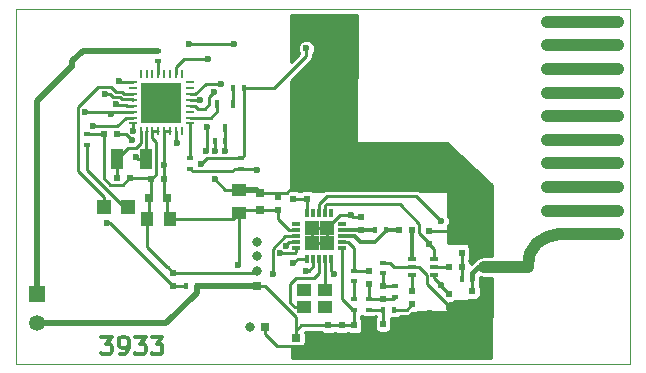
<source format=gbr>
G04 #@! TF.FileFunction,Copper,L1,Top,Signal*
%FSLAX46Y46*%
G04 Gerber Fmt 4.6, Leading zero omitted, Abs format (unit mm)*
G04 Created by KiCad (PCBNEW 4.0.2+dfsg1-stable) date mar 18 dic 2018 09:17:30 CET*
%MOMM*%
G01*
G04 APERTURE LIST*
%ADD10C,0.100000*%
%ADD11C,0.300000*%
%ADD12C,0.200660*%
%ADD13C,1.000760*%
%ADD14R,1.000000X1.000000*%
%ADD15C,0.762000*%
%ADD16R,0.600000X0.500000*%
%ADD17R,0.750000X0.800000*%
%ADD18R,0.800000X0.750000*%
%ADD19R,0.500000X0.600000*%
%ADD20R,1.250000X1.000000*%
%ADD21R,1.000000X1.250000*%
%ADD22R,1.198880X1.198880*%
%ADD23R,0.600000X0.400000*%
%ADD24R,0.400000X0.600000*%
%ADD25R,0.800000X0.800000*%
%ADD26O,0.800000X0.800000*%
%ADD27R,1.350000X1.350000*%
%ADD28C,1.350000*%
%ADD29R,0.457200X0.711200*%
%ADD30R,1.000000X1.800000*%
%ADD31R,0.650000X0.400000*%
%ADD32R,1.150000X1.000000*%
%ADD33R,0.730000X0.300000*%
%ADD34R,0.300000X0.730000*%
%ADD35R,1.250000X1.250000*%
%ADD36C,0.600000*%
%ADD37R,0.700000X0.250000*%
%ADD38R,0.250000X0.700000*%
%ADD39R,1.725000X1.725000*%
%ADD40C,0.400000*%
%ADD41C,1.000000*%
%ADD42C,0.250000*%
%ADD43C,0.500000*%
%ADD44C,0.254000*%
G04 APERTURE END LIST*
D10*
D11*
X128885964Y-98693231D02*
X129814535Y-98693231D01*
X129314535Y-99264660D01*
X129528821Y-99264660D01*
X129671678Y-99336089D01*
X129743107Y-99407517D01*
X129814535Y-99550374D01*
X129814535Y-99907517D01*
X129743107Y-100050374D01*
X129671678Y-100121803D01*
X129528821Y-100193231D01*
X129100249Y-100193231D01*
X128957392Y-100121803D01*
X128885964Y-100050374D01*
X130528820Y-100193231D02*
X130814535Y-100193231D01*
X130957392Y-100121803D01*
X131028820Y-100050374D01*
X131171678Y-99836089D01*
X131243106Y-99550374D01*
X131243106Y-98978946D01*
X131171678Y-98836089D01*
X131100249Y-98764660D01*
X130957392Y-98693231D01*
X130671678Y-98693231D01*
X130528820Y-98764660D01*
X130457392Y-98836089D01*
X130385963Y-98978946D01*
X130385963Y-99336089D01*
X130457392Y-99478946D01*
X130528820Y-99550374D01*
X130671678Y-99621803D01*
X130957392Y-99621803D01*
X131100249Y-99550374D01*
X131171678Y-99478946D01*
X131243106Y-99336089D01*
X131743106Y-98693231D02*
X132671677Y-98693231D01*
X132171677Y-99264660D01*
X132385963Y-99264660D01*
X132528820Y-99336089D01*
X132600249Y-99407517D01*
X132671677Y-99550374D01*
X132671677Y-99907517D01*
X132600249Y-100050374D01*
X132528820Y-100121803D01*
X132385963Y-100193231D01*
X131957391Y-100193231D01*
X131814534Y-100121803D01*
X131743106Y-100050374D01*
X133171677Y-98693231D02*
X134100248Y-98693231D01*
X133600248Y-99264660D01*
X133814534Y-99264660D01*
X133957391Y-99336089D01*
X134028820Y-99407517D01*
X134100248Y-99550374D01*
X134100248Y-99907517D01*
X134028820Y-100050374D01*
X133957391Y-100121803D01*
X133814534Y-100193231D01*
X133385962Y-100193231D01*
X133243105Y-100121803D01*
X133171677Y-100050374D01*
D10*
X173697120Y-70957440D02*
X121697120Y-70957440D01*
X173697120Y-100957440D02*
X173697120Y-70957440D01*
X121697120Y-100957440D02*
X173697120Y-100957440D01*
X121697120Y-70957440D02*
X121697120Y-100957440D01*
D12*
X165534340Y-90500200D02*
X166093140Y-91059000D01*
D13*
X166657020Y-74013060D02*
X172656500Y-74013060D01*
X172656500Y-72014080D02*
X166657020Y-72014080D01*
X166657020Y-76014580D02*
X172656500Y-76014580D01*
X172656500Y-78013560D02*
X166657020Y-78013560D01*
X166657020Y-80015080D02*
X172656500Y-80015080D01*
X172656500Y-82014060D02*
X166657020Y-82014060D01*
X166657020Y-84013040D02*
X172656500Y-84013040D01*
X172656500Y-86014560D02*
X166657020Y-86014560D01*
X166657020Y-88013540D02*
X172656500Y-88013540D01*
X172656500Y-90015060D02*
X167657780Y-90015060D01*
X165023800Y-92793820D02*
X163022280Y-92793820D01*
X167642540Y-90020140D02*
X166651080Y-90217350D01*
X166651080Y-90217350D02*
X165810570Y-90778970D01*
X165810570Y-90778970D02*
X165248950Y-91619480D01*
X165248950Y-91619480D02*
X165051740Y-92610940D01*
D14*
X162999420Y-92794080D03*
D15*
X166657020Y-82014060D03*
X166657020Y-84013040D03*
X166730680Y-84046060D03*
X166657020Y-86014560D03*
X166657020Y-88013540D03*
X172656500Y-88013540D03*
X172656500Y-86014560D03*
X172656500Y-84013040D03*
X172656500Y-82014060D03*
X172656500Y-80015080D03*
X172656500Y-78013560D03*
X172656500Y-76014580D03*
X172656500Y-74013060D03*
X172656500Y-72014080D03*
X166657020Y-72014080D03*
X166657020Y-74013060D03*
X166657020Y-76014580D03*
X166657020Y-78013560D03*
X166657020Y-80015080D03*
X172656500Y-90015060D03*
D16*
X159442240Y-92766960D03*
X158342240Y-92766960D03*
D17*
X142344140Y-87982300D03*
X142344140Y-86482300D03*
D18*
X134487202Y-86963456D03*
X132987202Y-86963456D03*
D19*
X156636720Y-90797280D03*
X156636720Y-89697280D03*
X145186400Y-86997440D03*
X145186400Y-85897440D03*
D18*
X145372960Y-98796920D03*
X146872960Y-98796920D03*
D19*
X146367500Y-87010140D03*
X146367500Y-85910140D03*
X150947120Y-89647840D03*
X150947120Y-88547840D03*
X150324820Y-97718600D03*
X150324820Y-98818600D03*
X149263100Y-97719780D03*
X149263100Y-98819780D03*
X151597360Y-94198340D03*
X151597360Y-93098340D03*
X152778460Y-97601760D03*
X152778460Y-98701760D03*
X152803860Y-95508980D03*
X152803860Y-94408980D03*
X148137880Y-97721140D03*
X148137880Y-98821140D03*
D20*
X140555980Y-88232300D03*
X140555980Y-86232300D03*
D19*
X143855440Y-87993400D03*
X143855440Y-86893400D03*
D16*
X155202980Y-89640220D03*
X154102980Y-89640220D03*
D19*
X158335980Y-95066840D03*
X158335980Y-96166840D03*
X155219400Y-95940780D03*
X155219400Y-94840780D03*
D21*
X134770222Y-88718596D03*
X132770222Y-88718596D03*
D19*
X159440880Y-91629220D03*
X159440880Y-90529220D03*
D16*
X134232682Y-85299756D03*
X133132682Y-85299756D03*
D19*
X160342580Y-94830620D03*
X160342580Y-95930620D03*
D16*
X131349602Y-85284516D03*
X130249602Y-85284516D03*
X129107962Y-81535476D03*
X130207962Y-81535476D03*
D19*
X135031480Y-94421860D03*
X135031480Y-93321860D03*
D22*
X131213860Y-87674260D03*
X129115820Y-87674260D03*
D23*
X150332440Y-93094620D03*
X150332440Y-93994620D03*
D24*
X153001980Y-89647840D03*
X152101980Y-89647840D03*
X160337500Y-93805820D03*
X159437500Y-93805820D03*
X153670840Y-96396620D03*
X152770840Y-96396620D03*
D23*
X151599900Y-96409320D03*
X151599900Y-95509320D03*
X153812240Y-95310340D03*
X153812240Y-94410340D03*
D25*
X142097760Y-94393200D03*
D26*
X142097760Y-93143200D03*
X142097760Y-91893200D03*
X142097760Y-90643200D03*
D27*
X123489720Y-95041720D03*
D28*
X123489720Y-97541720D03*
D25*
X142801340Y-97824100D03*
D26*
X141551340Y-97824100D03*
D29*
X140063220Y-78968600D03*
X138742420Y-78968600D03*
X139402820Y-81000600D03*
D30*
X132744382Y-83636056D03*
X130244382Y-83636056D03*
D23*
X152803860Y-93331260D03*
X152803860Y-92431260D03*
D24*
X140072540Y-77655420D03*
X140972540Y-77655420D03*
D23*
X136414362Y-83547156D03*
X136414362Y-84447156D03*
X140790782Y-83556896D03*
X140790782Y-84456896D03*
D24*
X139419602Y-82119676D03*
X138519602Y-82119676D03*
X137010560Y-94412880D03*
X136110560Y-94412880D03*
D23*
X127750422Y-81545216D03*
X127750422Y-82445216D03*
X150334980Y-96409320D03*
X150334980Y-95509320D03*
X133747362Y-75361156D03*
X133747362Y-74461156D03*
D31*
X155216820Y-92132200D03*
X155216820Y-93432200D03*
X157116820Y-92782200D03*
X155216820Y-92782200D03*
X157116820Y-93432200D03*
X157116820Y-92132200D03*
D32*
X147853340Y-94769940D03*
X146103340Y-94769940D03*
X146103340Y-96169940D03*
X147853340Y-96169940D03*
D33*
X149338180Y-91148380D03*
X149338180Y-90648380D03*
X149338180Y-90148380D03*
X149338180Y-89648380D03*
X149338180Y-89148380D03*
D34*
X148373180Y-88183380D03*
X147873180Y-88183380D03*
X147373180Y-88183380D03*
X146873180Y-88183380D03*
X146373180Y-88183380D03*
D33*
X145408180Y-89148380D03*
X145408180Y-89648380D03*
X145408180Y-90148380D03*
X145408180Y-90648380D03*
X145408180Y-91148380D03*
D34*
X146373180Y-92113380D03*
X146873180Y-92113380D03*
X147373180Y-92113380D03*
X147873180Y-92113380D03*
X148373180Y-92113380D03*
D35*
X146748180Y-89523380D03*
X146748180Y-90773380D03*
X147998180Y-89523380D03*
X147998180Y-90773380D03*
D36*
X147931980Y-90656380D03*
X146814380Y-90656380D03*
X147931980Y-89640380D03*
X146814380Y-89640380D03*
D37*
X136397722Y-80635156D03*
X136397722Y-80135156D03*
X136397722Y-79635156D03*
X136397722Y-79135156D03*
X136397722Y-78635156D03*
X136397722Y-78135156D03*
X136397722Y-77635156D03*
X136397722Y-77135156D03*
D38*
X135747722Y-76485156D03*
X135247722Y-76485156D03*
X134747722Y-76485156D03*
X134247722Y-76485156D03*
X133747722Y-76485156D03*
X133247722Y-76485156D03*
X132747722Y-76485156D03*
X132247722Y-76485156D03*
D37*
X131597722Y-77135156D03*
X131597722Y-77635156D03*
X131597722Y-78135156D03*
X131597722Y-78635156D03*
X131597722Y-79135156D03*
X131597722Y-79635156D03*
X131597722Y-80135156D03*
X131597722Y-80635156D03*
D38*
X132247722Y-81285156D03*
X132747722Y-81285156D03*
X133247722Y-81285156D03*
X133747722Y-81285156D03*
X134247722Y-81285156D03*
X134747722Y-81285156D03*
X135247722Y-81285156D03*
X135747722Y-81285156D03*
D39*
X133135222Y-78022656D03*
X133135222Y-79747656D03*
X134860222Y-78022656D03*
X134860222Y-79747656D03*
D36*
X135216922Y-80104356D03*
X133997722Y-80104356D03*
X132778522Y-80104356D03*
X135216922Y-78935956D03*
X133997722Y-78935956D03*
X132778522Y-78935956D03*
X135216922Y-77818356D03*
X133997722Y-77818356D03*
X132778522Y-77818356D03*
X134232682Y-84148740D03*
X137342880Y-84059840D03*
X140505180Y-92606940D03*
X146273520Y-74285920D03*
X150093680Y-88374220D03*
X147794980Y-71889620D03*
X149971760Y-72407780D03*
X148706840Y-73286620D03*
X147622260Y-74668380D03*
X149928580Y-74635360D03*
X148315680Y-76194920D03*
X146204940Y-76763880D03*
X146865340Y-77769720D03*
X149778720Y-77152500D03*
X148488400Y-78506320D03*
X145694400Y-79321660D03*
X147253960Y-79989680D03*
X149377400Y-80032860D03*
X147622260Y-81960720D03*
X146192240Y-81348580D03*
X145608040Y-83332320D03*
X146936460Y-83268820D03*
X149329140Y-81831180D03*
X148960840Y-83731100D03*
X147683220Y-84749640D03*
X148506180Y-85658960D03*
X150921720Y-85648800D03*
X149936200Y-84609940D03*
X150695660Y-82572860D03*
X152872440Y-82951320D03*
X151505920Y-84122260D03*
X152920700Y-85669120D03*
X153880820Y-83840320D03*
X154584400Y-85064600D03*
X154886660Y-82529680D03*
X156339540Y-83342480D03*
X156359860Y-85031580D03*
X158059120Y-82974180D03*
X157647640Y-84307680D03*
X159273240Y-84058760D03*
X158775400Y-85531960D03*
X157398720Y-86062820D03*
X159382460Y-86842600D03*
X160561020Y-85585300D03*
X161513520Y-86786720D03*
X160583880Y-87815420D03*
X159230060Y-88249760D03*
X158658940Y-89697280D03*
X159986980Y-89321640D03*
X161645600Y-88973660D03*
X161157920Y-90175080D03*
X161394140Y-91404440D03*
X161493200Y-99806760D03*
X161544000Y-94632780D03*
X161643060Y-98115120D03*
X161617660Y-96174560D03*
X160848040Y-99034600D03*
X159677100Y-99781360D03*
X159753300Y-98165920D03*
X160299400Y-96946720D03*
X159359600Y-96032320D03*
X158882080Y-97144840D03*
X158633160Y-98762820D03*
X157937200Y-99832160D03*
X157289500Y-98264980D03*
X156791660Y-96697800D03*
X156022040Y-98539300D03*
X156395420Y-100154740D03*
X155074620Y-99334320D03*
X155275280Y-97518220D03*
X154180540Y-98389440D03*
X154005280Y-100004880D03*
X152638760Y-99532440D03*
X151592280Y-97866200D03*
X151244300Y-99755960D03*
X149926040Y-100030280D03*
X148633180Y-99832160D03*
X147114260Y-99982020D03*
X145869660Y-100025200D03*
X138544543Y-82931876D03*
X138526520Y-85340000D03*
X126479300Y-75740260D03*
X157667960Y-94308740D03*
X157667960Y-88896000D03*
X131884413Y-83506430D03*
X131528049Y-82063489D03*
X129388508Y-89029978D03*
X128189988Y-80865077D03*
X129704374Y-79799947D03*
X127554331Y-79684145D03*
X144543168Y-91004586D03*
X143428720Y-93366400D03*
X130195179Y-79010136D03*
X137288458Y-78639770D03*
X138460300Y-77966925D03*
X136352280Y-73947020D03*
X131622710Y-81269097D03*
X140195300Y-73935400D03*
X142102840Y-84552600D03*
X139423140Y-82931876D03*
X137947220Y-75210480D03*
X137744530Y-82931876D03*
X137863580Y-80922940D03*
X144052098Y-91636146D03*
X135343900Y-82266600D03*
X139085320Y-77284580D03*
X145174955Y-92458525D03*
X146262857Y-93111140D03*
X130412036Y-77075162D03*
X129237031Y-78159369D03*
X148633180Y-93358780D03*
D40*
X161318200Y-92794080D02*
X160799240Y-92794080D01*
D41*
X162249420Y-92794080D02*
X161318200Y-92794080D01*
D40*
X160337500Y-93805820D02*
X160337500Y-93255820D01*
X160337500Y-93255820D02*
X160799240Y-92794080D01*
D41*
X162249420Y-92794080D02*
X162999420Y-92794080D01*
D42*
X160337500Y-93805820D02*
X160337500Y-94825540D01*
X160337500Y-94825540D02*
X160342580Y-94830620D01*
X159440880Y-91629220D02*
X159440880Y-92765600D01*
X159440880Y-92765600D02*
X159442240Y-92766960D01*
X159437500Y-93805820D02*
X159437500Y-92771700D01*
X159437500Y-92771700D02*
X159442240Y-92766960D01*
X158342240Y-92766960D02*
X157132060Y-92766960D01*
X157132060Y-92766960D02*
X157116820Y-92782200D01*
X140972540Y-77655420D02*
X143565178Y-77655420D01*
X143565178Y-77655420D02*
X146273520Y-74947078D01*
X140972540Y-77655420D02*
X140972540Y-83375138D01*
X140972540Y-83375138D02*
X140790782Y-83556896D01*
X143855440Y-87993400D02*
X143855440Y-88710640D01*
X143855440Y-88710640D02*
X144793180Y-89648380D01*
X144793180Y-89648380D02*
X145408180Y-89648380D01*
X142344140Y-87982300D02*
X143844340Y-87982300D01*
X143844340Y-87982300D02*
X143855440Y-87993400D01*
D43*
X123489720Y-97541720D02*
X134431720Y-97541720D01*
X134431720Y-97541720D02*
X137010560Y-94962880D01*
X137010560Y-94962880D02*
X137010560Y-94412880D01*
D42*
X134232682Y-85299756D02*
X134232682Y-84148740D01*
X134232682Y-84148740D02*
X134232682Y-81300196D01*
X140790782Y-83556896D02*
X137845824Y-83556896D01*
X137845824Y-83556896D02*
X137342880Y-84059840D01*
X140555980Y-88232300D02*
X140555980Y-92556140D01*
X140555980Y-92556140D02*
X140505180Y-92606940D01*
X137010560Y-94512880D02*
X137010560Y-94412880D01*
X134247722Y-81285156D02*
X134747722Y-81285156D01*
X134232682Y-81300196D02*
X134247722Y-81285156D01*
X134232682Y-85299756D02*
X134232682Y-86708936D01*
X134232682Y-86708936D02*
X134487202Y-86963456D01*
X142344140Y-87982300D02*
X140805980Y-87982300D01*
X140805980Y-87982300D02*
X140555980Y-88232300D01*
X134770222Y-88718596D02*
X140069684Y-88718596D01*
X140069684Y-88718596D02*
X140555980Y-88232300D01*
X134487202Y-86963456D02*
X134487202Y-88435576D01*
X134487202Y-88435576D02*
X134770222Y-88718596D01*
X146273520Y-74947078D02*
X146273520Y-74285920D01*
X140757762Y-83523876D02*
X140790782Y-83556896D01*
D43*
X137010560Y-94412880D02*
X142078080Y-94412880D01*
D42*
X142078080Y-94412880D02*
X142097760Y-94393200D01*
X145395840Y-89660720D02*
X145408180Y-89648380D01*
X145372960Y-98796920D02*
X145372960Y-98299080D01*
X145372960Y-98299080D02*
X145372960Y-98171920D01*
X142097760Y-94393200D02*
X142747760Y-94393200D01*
X142747760Y-94393200D02*
X145372960Y-97018400D01*
X145372960Y-97018400D02*
X145372960Y-98299080D01*
X145372960Y-98171920D02*
X145823740Y-97721140D01*
X145823740Y-97721140D02*
X147637880Y-97721140D01*
X147637880Y-97721140D02*
X148137880Y-97721140D01*
X148137880Y-97721140D02*
X149261740Y-97721140D01*
X149261740Y-97721140D02*
X149263100Y-97719780D01*
X149263100Y-97719780D02*
X150323640Y-97719780D01*
X150323640Y-97719780D02*
X150324820Y-97718600D01*
X150324820Y-97718600D02*
X150324820Y-96419480D01*
X150324820Y-96419480D02*
X150334980Y-96409320D01*
X150334980Y-96409320D02*
X150234980Y-96409320D01*
X149338180Y-91548380D02*
X149338180Y-91148380D01*
X150234980Y-96409320D02*
X149338180Y-95512520D01*
X149338180Y-95512520D02*
X149338180Y-91548380D01*
X142344140Y-86482300D02*
X143868140Y-86482300D01*
X143868140Y-86482300D02*
X144651540Y-86482300D01*
X143855440Y-86893400D02*
X143855440Y-86495000D01*
X143855440Y-86495000D02*
X143868140Y-86482300D01*
X159359600Y-96032320D02*
X159359600Y-96667320D01*
X159359600Y-96667320D02*
X158882080Y-97144840D01*
X150093680Y-88374220D02*
X149143720Y-88374220D01*
X150267300Y-88547840D02*
X150093680Y-88374220D01*
X150947120Y-88547840D02*
X150267300Y-88547840D01*
X147998180Y-89523380D02*
X147998180Y-89519760D01*
X147998180Y-89519760D02*
X148848181Y-88669759D01*
X148848181Y-88669759D02*
X148644559Y-88873381D01*
X149143720Y-88374220D02*
X148848181Y-88669759D01*
X148644559Y-88873381D02*
X148648179Y-88873381D01*
X146748180Y-90773380D02*
X146748180Y-89523380D01*
X147998180Y-90773380D02*
X146748180Y-90773380D01*
X147998180Y-89523380D02*
X147998180Y-90773380D01*
X146748180Y-89523380D02*
X147998180Y-89523380D01*
X149971760Y-72407780D02*
X148313140Y-72407780D01*
X148313140Y-72407780D02*
X147794980Y-71889620D01*
X147622260Y-74668380D02*
X147622260Y-74371200D01*
X147622260Y-74371200D02*
X148706840Y-73286620D01*
X148315680Y-76194920D02*
X148369020Y-76194920D01*
X148369020Y-76194920D02*
X149928580Y-74635360D01*
X146865340Y-77769720D02*
X146865340Y-77424280D01*
X146865340Y-77424280D02*
X146204940Y-76763880D01*
X148488400Y-78506320D02*
X148488400Y-78442820D01*
X148488400Y-78442820D02*
X149778720Y-77152500D01*
X147253960Y-79989680D02*
X146362420Y-79989680D01*
X146362420Y-79989680D02*
X145694400Y-79321660D01*
X149377400Y-80032860D02*
X147297140Y-80032860D01*
X147297140Y-80032860D02*
X147253960Y-79989680D01*
X146192240Y-81348580D02*
X147010120Y-81348580D01*
X147010120Y-81348580D02*
X147622260Y-81960720D01*
X146936460Y-83268820D02*
X145671540Y-83268820D01*
X145671540Y-83268820D02*
X145608040Y-83332320D01*
X148960840Y-83731100D02*
X148960840Y-82199480D01*
X148960840Y-82199480D02*
X149329140Y-81831180D01*
X148506180Y-85658960D02*
X148506180Y-85572600D01*
X148506180Y-85572600D02*
X147683220Y-84749640D01*
X149936200Y-84609940D02*
X149936200Y-84663280D01*
X149936200Y-84663280D02*
X150921720Y-85648800D01*
X152872440Y-82951320D02*
X151074120Y-82951320D01*
X151074120Y-82951320D02*
X150695660Y-82572860D01*
X152920700Y-85669120D02*
X152920700Y-85537040D01*
X152920700Y-85537040D02*
X151505920Y-84122260D01*
X154584400Y-85064600D02*
X154584400Y-84543900D01*
X154584400Y-84543900D02*
X153880820Y-83840320D01*
X156339540Y-83342480D02*
X155699460Y-83342480D01*
X155699460Y-83342480D02*
X154886660Y-82529680D01*
X158059120Y-82974180D02*
X156359860Y-84673440D01*
X156359860Y-84673440D02*
X156359860Y-85031580D01*
X159273240Y-84058760D02*
X157896560Y-84058760D01*
X157896560Y-84058760D02*
X157647640Y-84307680D01*
X157398720Y-86062820D02*
X158244540Y-86062820D01*
X158244540Y-86062820D02*
X158775400Y-85531960D01*
X159382460Y-86842600D02*
X158254700Y-86842600D01*
X161513520Y-86786720D02*
X161513520Y-86537800D01*
X161513520Y-86537800D02*
X160561020Y-85585300D01*
X159230060Y-88249760D02*
X160149540Y-88249760D01*
X160149540Y-88249760D02*
X160583880Y-87815420D01*
X161645600Y-88973660D02*
X160334960Y-88973660D01*
X160334960Y-88973660D02*
X159986980Y-89321640D01*
X161394140Y-90411300D02*
X161157920Y-90175080D01*
X161394140Y-91404440D02*
X161394140Y-90411300D01*
X161544000Y-94632780D02*
X161544000Y-99755960D01*
X161544000Y-99755960D02*
X161493200Y-99806760D01*
X161617660Y-96174560D02*
X161617660Y-98089720D01*
X161617660Y-98089720D02*
X161643060Y-98115120D01*
X159677100Y-99781360D02*
X160101280Y-99781360D01*
X160101280Y-99781360D02*
X160848040Y-99034600D01*
X160299400Y-96946720D02*
X160299400Y-97619820D01*
X160299400Y-97619820D02*
X159753300Y-98165920D01*
X158882080Y-97144840D02*
X158882080Y-95951040D01*
X157937200Y-99832160D02*
X157937200Y-99458780D01*
X157937200Y-99458780D02*
X158633160Y-98762820D01*
X156022040Y-98539300D02*
X156022040Y-97467420D01*
X156022040Y-97467420D02*
X156791660Y-96697800D01*
X155074620Y-99334320D02*
X155575000Y-99334320D01*
X155575000Y-99334320D02*
X156395420Y-100154740D01*
X154180540Y-98389440D02*
X154404060Y-98389440D01*
X154404060Y-98389440D02*
X155275280Y-97518220D01*
X152638760Y-99532440D02*
X153532840Y-99532440D01*
X153532840Y-99532440D02*
X154005280Y-100004880D01*
X151244300Y-99755960D02*
X151244300Y-98214180D01*
X151244300Y-98214180D02*
X151592280Y-97866200D01*
X148633180Y-99832160D02*
X149727920Y-99832160D01*
X149727920Y-99832160D02*
X149926040Y-100030280D01*
X146872960Y-98796920D02*
X146872960Y-99740720D01*
X146872960Y-99740720D02*
X147114260Y-99982020D01*
X146872960Y-98796920D02*
X146872960Y-99021900D01*
X146872960Y-99021900D02*
X145869660Y-100025200D01*
D43*
X126479300Y-75740260D02*
X123489720Y-78729840D01*
X123489720Y-78729840D02*
X123489720Y-95041720D01*
D42*
X128346176Y-74461156D02*
X128623060Y-74461156D01*
D43*
X128623060Y-74461156D02*
X133197362Y-74461156D01*
X126479300Y-75740260D02*
X126479300Y-75315996D01*
X126479300Y-75315996D02*
X127334140Y-74461156D01*
X127334140Y-74461156D02*
X128623060Y-74461156D01*
D42*
X138519602Y-82906935D02*
X138544543Y-82931876D01*
X138519602Y-82119676D02*
X138519602Y-82906935D01*
X129107962Y-81535476D02*
X129107962Y-85277878D01*
X129107962Y-85277878D02*
X129689601Y-85859517D01*
X129689601Y-85859517D02*
X130724601Y-85859517D01*
X130724601Y-85859517D02*
X131299602Y-85284516D01*
X131299602Y-85284516D02*
X131349602Y-85284516D01*
X135031480Y-93321860D02*
X141919100Y-93321860D01*
X141919100Y-93321860D02*
X142097760Y-93143200D01*
X133247722Y-81285156D02*
X133747722Y-81285156D01*
X140555980Y-86232300D02*
X139418820Y-86232300D01*
X139418820Y-86232300D02*
X138526520Y-85340000D01*
X127750422Y-81545216D02*
X129098222Y-81545216D01*
X129098222Y-81545216D02*
X129107962Y-81535476D01*
X133132682Y-85299756D02*
X133182682Y-85299756D01*
X133247722Y-81885156D02*
X133247722Y-81285156D01*
X133182682Y-85299756D02*
X133569383Y-84913055D01*
X133569383Y-84913055D02*
X133569383Y-82206817D01*
X133569383Y-82206817D02*
X133247722Y-81885156D01*
X133132682Y-85299756D02*
X133132682Y-86817976D01*
X133132682Y-86817976D02*
X132987202Y-86963456D01*
X142801340Y-97824100D02*
X142801340Y-98474100D01*
X142801340Y-98474100D02*
X143824161Y-99496921D01*
X143824161Y-99496921D02*
X146147959Y-99496921D01*
X146147959Y-99496921D02*
X146847960Y-98796920D01*
X146847960Y-98796920D02*
X146872960Y-98796920D01*
X147253960Y-85914040D02*
X146371400Y-85914040D01*
X146371400Y-85914040D02*
X146367500Y-85910140D01*
X150979960Y-88515000D02*
X150947120Y-88547840D01*
X144651540Y-86482300D02*
X145186400Y-85947440D01*
X145186400Y-85947440D02*
X145186400Y-85897440D01*
X142344140Y-86482300D02*
X142969140Y-86482300D01*
D43*
X140555980Y-86232300D02*
X142094140Y-86232300D01*
D42*
X142094140Y-86232300D02*
X142344140Y-86482300D01*
X132987202Y-86963456D02*
X132987202Y-88501616D01*
X132987202Y-88501616D02*
X132770222Y-88718596D01*
X131349602Y-85284516D02*
X133117442Y-85284516D01*
X133117442Y-85284516D02*
X133132682Y-85299756D01*
D43*
X133197362Y-74461156D02*
X133747362Y-74461156D01*
D42*
X134531480Y-92771860D02*
X135031480Y-93271860D01*
X134481480Y-92771860D02*
X134531480Y-92771860D01*
X132770222Y-91060602D02*
X134481480Y-92771860D01*
X135031480Y-93271860D02*
X135031480Y-93321860D01*
X132770222Y-88718596D02*
X132770222Y-91060602D01*
X146367500Y-85910140D02*
X145199100Y-85910140D01*
X145199100Y-85910140D02*
X145186400Y-85897440D01*
X150324820Y-98818600D02*
X152661620Y-98818600D01*
X152661620Y-98818600D02*
X152778460Y-98701760D01*
X149263100Y-98819780D02*
X150323640Y-98819780D01*
X150323640Y-98819780D02*
X150324820Y-98818600D01*
X148137880Y-98821140D02*
X149261740Y-98821140D01*
X149261740Y-98821140D02*
X149263100Y-98819780D01*
X146872960Y-98796920D02*
X148113660Y-98796920D01*
X148113660Y-98796920D02*
X148137880Y-98821140D01*
X155216820Y-92782200D02*
X155791820Y-92782200D01*
X155791820Y-92782200D02*
X156466819Y-93457199D01*
X156466819Y-93457199D02*
X156466819Y-94247679D01*
X156466819Y-94247679D02*
X158335980Y-96116840D01*
X158335980Y-96116840D02*
X158335980Y-96166840D01*
X152803860Y-92431260D02*
X153353860Y-92431260D01*
X153353860Y-92431260D02*
X153704800Y-92782200D01*
X153704800Y-92782200D02*
X154641820Y-92782200D01*
X154641820Y-92782200D02*
X155216820Y-92782200D01*
X156636720Y-89697280D02*
X158658940Y-89697280D01*
X158658940Y-89697280D02*
X159440880Y-90479220D01*
X159440880Y-90479220D02*
X159440880Y-90529220D01*
X158335980Y-96166840D02*
X160106360Y-96166840D01*
X160106360Y-96166840D02*
X160342580Y-95930620D01*
X147873180Y-87583377D02*
X147873180Y-88183380D01*
X154191141Y-87493379D02*
X147963178Y-87493379D01*
X147963178Y-87493379D02*
X147873180Y-87583377D01*
X155827981Y-89130219D02*
X154191141Y-87493379D01*
X155827981Y-89938541D02*
X155827981Y-89130219D01*
X156636720Y-90747280D02*
X155827981Y-89938541D01*
X156636720Y-90797280D02*
X156636720Y-90747280D01*
X157116820Y-92132200D02*
X157116820Y-91277380D01*
X157116820Y-91277380D02*
X156636720Y-90797280D01*
X145186400Y-86997440D02*
X146354800Y-86997440D01*
X146354800Y-86997440D02*
X146367500Y-87010140D01*
X146367500Y-87010140D02*
X146367500Y-88177700D01*
X146367500Y-88177700D02*
X146373180Y-88183380D01*
D11*
X149338180Y-89648380D02*
X150946580Y-89648380D01*
D42*
X150946580Y-89648380D02*
X150947120Y-89647840D01*
D11*
X152101980Y-89647840D02*
X150947120Y-89647840D01*
D42*
X151597360Y-94198340D02*
X151597360Y-95506780D01*
X151597360Y-95506780D02*
X151599900Y-95509320D01*
X152803860Y-95508980D02*
X151600240Y-95508980D01*
X151600240Y-95508980D02*
X151599900Y-95509320D01*
X152803860Y-95508980D02*
X153613600Y-95508980D01*
X153613600Y-95508980D02*
X153812240Y-95310340D01*
X150332440Y-92644620D02*
X150332440Y-93094620D01*
X149816770Y-90648380D02*
X150332440Y-91164050D01*
X150332440Y-91164050D02*
X150332440Y-92644620D01*
X149338180Y-90648380D02*
X149816770Y-90648380D01*
X151597360Y-93098340D02*
X150336160Y-93098340D01*
X150336160Y-93098340D02*
X150332440Y-93094620D01*
X151599900Y-96409320D02*
X152758140Y-96409320D01*
X152758140Y-96409320D02*
X152770840Y-96396620D01*
X152778460Y-97601760D02*
X152778460Y-96404240D01*
X152778460Y-96404240D02*
X152770840Y-96396620D01*
X152803860Y-94408980D02*
X153810880Y-94408980D01*
X153810880Y-94408980D02*
X153812240Y-94410340D01*
X152803860Y-93331260D02*
X152803860Y-94408980D01*
D11*
X155202980Y-89640220D02*
X155202980Y-92118360D01*
D42*
X155202980Y-92118360D02*
X155216820Y-92132200D01*
D11*
X150003180Y-90148380D02*
X149338180Y-90148380D01*
X150359080Y-90148380D02*
X150003180Y-90148380D01*
X150855680Y-90644980D02*
X150359080Y-90148380D01*
X152104840Y-90644980D02*
X150855680Y-90644980D01*
X153001980Y-89747840D02*
X152104840Y-90644980D01*
X153001980Y-89647840D02*
X153001980Y-89747840D01*
X153001980Y-89647840D02*
X154095360Y-89647840D01*
D42*
X154095360Y-89647840D02*
X154102980Y-89640220D01*
X157116820Y-93432200D02*
X157116820Y-93757600D01*
X157116820Y-93757600D02*
X157667960Y-94308740D01*
X157667960Y-94308740D02*
X157667960Y-94398820D01*
X157667960Y-94398820D02*
X158335980Y-95066840D01*
X148014567Y-86805580D02*
X155577540Y-86805580D01*
X155577540Y-86805580D02*
X157667960Y-88896000D01*
X147373180Y-88183380D02*
X147373180Y-87446967D01*
X147373180Y-87446967D02*
X148014567Y-86805580D01*
X153670840Y-96396620D02*
X154763560Y-96396620D01*
X154763560Y-96396620D02*
X155219400Y-95940780D01*
X155219400Y-94840780D02*
X155219400Y-93434780D01*
X155219400Y-93434780D02*
X155216820Y-93432200D01*
X131828050Y-82688490D02*
X131191948Y-82688490D01*
X132247722Y-82268818D02*
X131828050Y-82688490D01*
X132247722Y-81285156D02*
X132247722Y-82268818D01*
X131191948Y-82688490D02*
X130244382Y-83636056D01*
X130244382Y-83636056D02*
X130244382Y-85279296D01*
X130244382Y-85279296D02*
X130249602Y-85284516D01*
X130207962Y-81535476D02*
X131000036Y-81535476D01*
X131994382Y-83636056D02*
X131884413Y-83526087D01*
X132744382Y-83636056D02*
X131994382Y-83636056D01*
X131884413Y-83526087D02*
X131884413Y-83506430D01*
X131000036Y-81535476D02*
X131228050Y-81763490D01*
X131228050Y-81763490D02*
X131528049Y-82063489D01*
X132744382Y-83636056D02*
X132744382Y-81288496D01*
X132744382Y-81288496D02*
X132747722Y-81285156D01*
X129689598Y-89029978D02*
X129388508Y-89029978D01*
X135031480Y-94421860D02*
X135031480Y-94371860D01*
X135031480Y-94371860D02*
X129689598Y-89029978D01*
X130997722Y-80135156D02*
X130267801Y-80865077D01*
X131597722Y-80135156D02*
X130997722Y-80135156D01*
X130267801Y-80865077D02*
X128614252Y-80865077D01*
X128614252Y-80865077D02*
X128189988Y-80865077D01*
X135031480Y-94421860D02*
X136101580Y-94421860D01*
X136101580Y-94421860D02*
X136110560Y-94412880D01*
X127554331Y-79684145D02*
X129588572Y-79684145D01*
X129588572Y-79684145D02*
X129704374Y-79799947D01*
X131597722Y-79635156D02*
X129869165Y-79635156D01*
X129869165Y-79635156D02*
X129704374Y-79799947D01*
X144543168Y-90898392D02*
X144543168Y-91004586D01*
X144793180Y-90648380D02*
X144543168Y-90898392D01*
X145408180Y-90648380D02*
X144793180Y-90648380D01*
X143428720Y-91937770D02*
X143428720Y-93366400D01*
X144515482Y-90148380D02*
X143427097Y-91236765D01*
X145408180Y-90148380D02*
X144515482Y-90148380D01*
X143427097Y-91936147D02*
X143428720Y-91937770D01*
X143427097Y-91236765D02*
X143427097Y-91936147D01*
X131134855Y-79135156D02*
X131034876Y-79035177D01*
X131597722Y-79135156D02*
X131134855Y-79135156D01*
X130220220Y-79035177D02*
X130195179Y-79010136D01*
X131034876Y-79035177D02*
X130220220Y-79035177D01*
X137283844Y-78635156D02*
X137288458Y-78639770D01*
X136397722Y-78635156D02*
X137283844Y-78635156D01*
X138160301Y-78266924D02*
X138460300Y-77966925D01*
X138038840Y-78388385D02*
X138160301Y-78266924D01*
X137660380Y-79377540D02*
X138038840Y-78999080D01*
X137117858Y-79377540D02*
X137660380Y-79377540D01*
X138038840Y-78999080D02*
X138038840Y-78388385D01*
X136397722Y-79135156D02*
X136875474Y-79135156D01*
X136875474Y-79135156D02*
X137117858Y-79377540D01*
X136352280Y-73947020D02*
X140183680Y-73947020D01*
X140183680Y-73947020D02*
X140195300Y-73935400D01*
X131597722Y-81244109D02*
X131622710Y-81269097D01*
X131597722Y-80635156D02*
X131597722Y-81244109D01*
X127750422Y-82895216D02*
X127750422Y-82445216D01*
X127750422Y-84556749D02*
X127750422Y-82895216D01*
X130867933Y-87674260D02*
X127750422Y-84556749D01*
X131213860Y-87674260D02*
X130867933Y-87674260D01*
X130997722Y-78135156D02*
X131597722Y-78135156D01*
X130881612Y-78135156D02*
X130997722Y-78135156D01*
X130181747Y-77935124D02*
X130681580Y-77935124D01*
X126929311Y-79220475D02*
X128615419Y-77534367D01*
X126929311Y-84638311D02*
X126929311Y-79220475D01*
X129115820Y-87674260D02*
X129115820Y-86824820D01*
X129780990Y-77534367D02*
X130181747Y-77935124D01*
X129115820Y-86824820D02*
X126929311Y-84638311D01*
X128615419Y-77534367D02*
X129780990Y-77534367D01*
X130681580Y-77935124D02*
X130881612Y-78135156D01*
X150332440Y-93994620D02*
X150332440Y-95506780D01*
X150332440Y-95506780D02*
X150334980Y-95509320D01*
X140240782Y-84456896D02*
X140790782Y-84456896D01*
X136414362Y-84447156D02*
X136652048Y-84684842D01*
X140012836Y-84684842D02*
X140240782Y-84456896D01*
X136652048Y-84684842D02*
X140012836Y-84684842D01*
X140790782Y-84456896D02*
X142007136Y-84456896D01*
X142007136Y-84456896D02*
X142102840Y-84552600D01*
X139402820Y-81000600D02*
X139402820Y-82102894D01*
X139402820Y-82102894D02*
X139419602Y-82119676D01*
X139419602Y-82928338D02*
X139423140Y-82931876D01*
X139419602Y-82119676D02*
X139419602Y-82928338D01*
X139409022Y-82109096D02*
X139419602Y-82119676D01*
X137522956Y-75210480D02*
X137947220Y-75210480D01*
X135247722Y-76485156D02*
X135247722Y-75885156D01*
X135247722Y-75885156D02*
X135922398Y-75210480D01*
X135922398Y-75210480D02*
X137522956Y-75210480D01*
X137863580Y-82812826D02*
X137744530Y-82931876D01*
X137863580Y-80922940D02*
X137863580Y-82812826D01*
X138742420Y-78968600D02*
X138742420Y-79574200D01*
X138181464Y-80135156D02*
X136997722Y-80135156D01*
X138742420Y-79574200D02*
X138181464Y-80135156D01*
X136997722Y-80135156D02*
X136397722Y-80135156D01*
X147873180Y-92113380D02*
X147873180Y-94815740D01*
X147873180Y-94815740D02*
X147876260Y-94818820D01*
X146964400Y-93736160D02*
X147373180Y-93327380D01*
X147373180Y-93327380D02*
X147373180Y-92113380D01*
X145417540Y-93736160D02*
X146964400Y-93736160D01*
X145417540Y-93736160D02*
X144904460Y-94249240D01*
X144904460Y-94249240D02*
X144904460Y-95796060D01*
X144904460Y-95796060D02*
X145278340Y-96169940D01*
X145278340Y-96169940D02*
X146103340Y-96169940D01*
X136414362Y-83547156D02*
X136414362Y-80651796D01*
X136414362Y-80651796D02*
X136397722Y-80635156D01*
X133747362Y-75361156D02*
X133747362Y-76484796D01*
X133747362Y-76484796D02*
X133747722Y-76485156D01*
X144476362Y-91636146D02*
X144052098Y-91636146D01*
X145408180Y-91548380D02*
X145320414Y-91636146D01*
X145408180Y-91148380D02*
X145408180Y-91548380D01*
X145320414Y-91636146D02*
X144476362Y-91636146D01*
X135343900Y-82266600D02*
X135247722Y-82170422D01*
X135247722Y-82170422D02*
X135247722Y-81285156D01*
X139085320Y-77284580D02*
X137743205Y-77284580D01*
X137743205Y-77284580D02*
X136892629Y-78135156D01*
X136892629Y-78135156D02*
X136397722Y-78135156D01*
X145520100Y-92113380D02*
X145474954Y-92158526D01*
X146373180Y-92113380D02*
X145520100Y-92113380D01*
X145474954Y-92158526D02*
X145174955Y-92458525D01*
X146490420Y-93111140D02*
X146262857Y-93111140D01*
X146873180Y-92113380D02*
X146873180Y-92728380D01*
X146873180Y-92728380D02*
X146490420Y-93111140D01*
X130472030Y-77135156D02*
X130412036Y-77075162D01*
X131597722Y-77135156D02*
X130472030Y-77135156D01*
X129661295Y-78159369D02*
X129237031Y-78159369D01*
X129887061Y-78385135D02*
X129661295Y-78159369D01*
X131547732Y-78585166D02*
X130695212Y-78585166D01*
X130695212Y-78585166D02*
X130495180Y-78385135D01*
X131597722Y-78635156D02*
X131547732Y-78585166D01*
X130495180Y-78385135D02*
X129887061Y-78385135D01*
X148373180Y-92113380D02*
X148373180Y-93098780D01*
X148373180Y-93098780D02*
X148633180Y-93358780D01*
X140063220Y-78968600D02*
X140063220Y-77664740D01*
X140063220Y-77664740D02*
X140072540Y-77655420D01*
D44*
G36*
X161318200Y-93729080D02*
X161975366Y-93729080D01*
X161934002Y-100472440D01*
X145035488Y-100472440D01*
X145036800Y-99615442D01*
X145772960Y-99615442D01*
X145934161Y-99585110D01*
X146082215Y-99489840D01*
X146181539Y-99344475D01*
X146216482Y-99171920D01*
X146216482Y-98421920D01*
X146189992Y-98281140D01*
X147538265Y-98281140D01*
X147569960Y-98330395D01*
X147715325Y-98429719D01*
X147887880Y-98464662D01*
X148387880Y-98464662D01*
X148549081Y-98434330D01*
X148697135Y-98339060D01*
X148701182Y-98333136D01*
X148840545Y-98428359D01*
X149013100Y-98463302D01*
X149513100Y-98463302D01*
X149674301Y-98432970D01*
X149796066Y-98354616D01*
X149902265Y-98427179D01*
X150074820Y-98462122D01*
X150574820Y-98462122D01*
X150736021Y-98431790D01*
X150884075Y-98336520D01*
X150983399Y-98191155D01*
X151018342Y-98018600D01*
X151018342Y-97418600D01*
X150988010Y-97257399D01*
X150892740Y-97109345D01*
X150884820Y-97103933D01*
X150884820Y-96965472D01*
X150944235Y-96927240D01*
X150966545Y-96894588D01*
X150981980Y-96918575D01*
X151127345Y-97017899D01*
X151299900Y-97052842D01*
X151899900Y-97052842D01*
X152061101Y-97022510D01*
X152143761Y-96969320D01*
X152218460Y-96969320D01*
X152218460Y-96984930D01*
X152119881Y-97129205D01*
X152084938Y-97301760D01*
X152084938Y-97901760D01*
X152115270Y-98062961D01*
X152210540Y-98211015D01*
X152355905Y-98310339D01*
X152528460Y-98345282D01*
X153028460Y-98345282D01*
X153189661Y-98314950D01*
X153337715Y-98219680D01*
X153437039Y-98074315D01*
X153471982Y-97901760D01*
X153471982Y-97301760D01*
X153441650Y-97140559D01*
X153436968Y-97133283D01*
X153470840Y-97140142D01*
X153870840Y-97140142D01*
X154032041Y-97109810D01*
X154180095Y-97014540D01*
X154219670Y-96956620D01*
X154763560Y-96956620D01*
X154977863Y-96913993D01*
X155159540Y-96792600D01*
X155267838Y-96684302D01*
X155469400Y-96684302D01*
X155630601Y-96653970D01*
X155692245Y-96614303D01*
X158175717Y-96619060D01*
X158225146Y-96609149D01*
X158266825Y-96580788D01*
X158294186Y-96538446D01*
X158302905Y-96495784D01*
X158323011Y-95810362D01*
X158585980Y-95810362D01*
X158747181Y-95780030D01*
X158895235Y-95684760D01*
X158907671Y-95666560D01*
X159908240Y-95666560D01*
X159957650Y-95656554D01*
X159999275Y-95628113D01*
X160026555Y-95585719D01*
X160031077Y-95561687D01*
X160092580Y-95574142D01*
X160592580Y-95574142D01*
X160753781Y-95543810D01*
X160901835Y-95448540D01*
X161001159Y-95303175D01*
X161036102Y-95130620D01*
X161036102Y-94530620D01*
X161005770Y-94369419D01*
X160946344Y-94277068D01*
X160981022Y-94105820D01*
X160981022Y-93662011D01*
X161318200Y-93729080D01*
X161318200Y-93729080D01*
G37*
X161318200Y-93729080D02*
X161975366Y-93729080D01*
X161934002Y-100472440D01*
X145035488Y-100472440D01*
X145036800Y-99615442D01*
X145772960Y-99615442D01*
X145934161Y-99585110D01*
X146082215Y-99489840D01*
X146181539Y-99344475D01*
X146216482Y-99171920D01*
X146216482Y-98421920D01*
X146189992Y-98281140D01*
X147538265Y-98281140D01*
X147569960Y-98330395D01*
X147715325Y-98429719D01*
X147887880Y-98464662D01*
X148387880Y-98464662D01*
X148549081Y-98434330D01*
X148697135Y-98339060D01*
X148701182Y-98333136D01*
X148840545Y-98428359D01*
X149013100Y-98463302D01*
X149513100Y-98463302D01*
X149674301Y-98432970D01*
X149796066Y-98354616D01*
X149902265Y-98427179D01*
X150074820Y-98462122D01*
X150574820Y-98462122D01*
X150736021Y-98431790D01*
X150884075Y-98336520D01*
X150983399Y-98191155D01*
X151018342Y-98018600D01*
X151018342Y-97418600D01*
X150988010Y-97257399D01*
X150892740Y-97109345D01*
X150884820Y-97103933D01*
X150884820Y-96965472D01*
X150944235Y-96927240D01*
X150966545Y-96894588D01*
X150981980Y-96918575D01*
X151127345Y-97017899D01*
X151299900Y-97052842D01*
X151899900Y-97052842D01*
X152061101Y-97022510D01*
X152143761Y-96969320D01*
X152218460Y-96969320D01*
X152218460Y-96984930D01*
X152119881Y-97129205D01*
X152084938Y-97301760D01*
X152084938Y-97901760D01*
X152115270Y-98062961D01*
X152210540Y-98211015D01*
X152355905Y-98310339D01*
X152528460Y-98345282D01*
X153028460Y-98345282D01*
X153189661Y-98314950D01*
X153337715Y-98219680D01*
X153437039Y-98074315D01*
X153471982Y-97901760D01*
X153471982Y-97301760D01*
X153441650Y-97140559D01*
X153436968Y-97133283D01*
X153470840Y-97140142D01*
X153870840Y-97140142D01*
X154032041Y-97109810D01*
X154180095Y-97014540D01*
X154219670Y-96956620D01*
X154763560Y-96956620D01*
X154977863Y-96913993D01*
X155159540Y-96792600D01*
X155267838Y-96684302D01*
X155469400Y-96684302D01*
X155630601Y-96653970D01*
X155692245Y-96614303D01*
X158175717Y-96619060D01*
X158225146Y-96609149D01*
X158266825Y-96580788D01*
X158294186Y-96538446D01*
X158302905Y-96495784D01*
X158323011Y-95810362D01*
X158585980Y-95810362D01*
X158747181Y-95780030D01*
X158895235Y-95684760D01*
X158907671Y-95666560D01*
X159908240Y-95666560D01*
X159957650Y-95656554D01*
X159999275Y-95628113D01*
X160026555Y-95585719D01*
X160031077Y-95561687D01*
X160092580Y-95574142D01*
X160592580Y-95574142D01*
X160753781Y-95543810D01*
X160901835Y-95448540D01*
X161001159Y-95303175D01*
X161036102Y-95130620D01*
X161036102Y-94530620D01*
X161005770Y-94369419D01*
X160946344Y-94277068D01*
X160981022Y-94105820D01*
X160981022Y-93662011D01*
X161318200Y-93729080D01*
G36*
X150515320Y-82171335D02*
X150525246Y-82220761D01*
X150553620Y-82262432D01*
X150595970Y-82289780D01*
X150642532Y-82298540D01*
X158209807Y-82285924D01*
X162023721Y-85845908D01*
X161986836Y-91859080D01*
X161318200Y-91859080D01*
X160960391Y-91930253D01*
X160657055Y-92132935D01*
X160615114Y-92195705D01*
X160556236Y-92207416D01*
X160350227Y-92345067D01*
X160184586Y-92510708D01*
X160155430Y-92355759D01*
X160060160Y-92207705D01*
X160037608Y-92192296D01*
X160099459Y-92101775D01*
X160134402Y-91929220D01*
X160134402Y-91329220D01*
X160104070Y-91168019D01*
X160035240Y-91061054D01*
X160035240Y-90891360D01*
X160025234Y-90841950D01*
X159996793Y-90800325D01*
X159954399Y-90773045D01*
X159910256Y-90764376D01*
X158275020Y-90738420D01*
X158275020Y-89328541D01*
X158290700Y-89312888D01*
X158402833Y-89042842D01*
X158403088Y-88750441D01*
X158291426Y-88480200D01*
X158275020Y-88463765D01*
X158275020Y-86474300D01*
X158265014Y-86424890D01*
X158236573Y-86383265D01*
X158194179Y-86355985D01*
X158147971Y-86347300D01*
X155881578Y-86348166D01*
X155791843Y-86288207D01*
X155577540Y-86245580D01*
X148014567Y-86245580D01*
X147800264Y-86288207D01*
X147705854Y-86351290D01*
X146863306Y-86351612D01*
X146790055Y-86301561D01*
X146617500Y-86266618D01*
X146117500Y-86266618D01*
X145956299Y-86296950D01*
X145870763Y-86351991D01*
X145701443Y-86352056D01*
X145608955Y-86288861D01*
X145436400Y-86253918D01*
X144980889Y-86253918D01*
X144990223Y-77022335D01*
X146669500Y-75343058D01*
X146790893Y-75161381D01*
X146833520Y-74947078D01*
X146833520Y-74765438D01*
X146896260Y-74702808D01*
X147008393Y-74432762D01*
X147008648Y-74140361D01*
X146896986Y-73870120D01*
X146690408Y-73663180D01*
X146420362Y-73551047D01*
X146127961Y-73550792D01*
X145857720Y-73662454D01*
X145650780Y-73869032D01*
X145538647Y-74139078D01*
X145538392Y-74431479D01*
X145650054Y-74701720D01*
X145688452Y-74740186D01*
X144991826Y-75436812D01*
X144995865Y-71442440D01*
X150532641Y-71442440D01*
X150515320Y-82171335D01*
X150515320Y-82171335D01*
G37*
X150515320Y-82171335D02*
X150525246Y-82220761D01*
X150553620Y-82262432D01*
X150595970Y-82289780D01*
X150642532Y-82298540D01*
X158209807Y-82285924D01*
X162023721Y-85845908D01*
X161986836Y-91859080D01*
X161318200Y-91859080D01*
X160960391Y-91930253D01*
X160657055Y-92132935D01*
X160615114Y-92195705D01*
X160556236Y-92207416D01*
X160350227Y-92345067D01*
X160184586Y-92510708D01*
X160155430Y-92355759D01*
X160060160Y-92207705D01*
X160037608Y-92192296D01*
X160099459Y-92101775D01*
X160134402Y-91929220D01*
X160134402Y-91329220D01*
X160104070Y-91168019D01*
X160035240Y-91061054D01*
X160035240Y-90891360D01*
X160025234Y-90841950D01*
X159996793Y-90800325D01*
X159954399Y-90773045D01*
X159910256Y-90764376D01*
X158275020Y-90738420D01*
X158275020Y-89328541D01*
X158290700Y-89312888D01*
X158402833Y-89042842D01*
X158403088Y-88750441D01*
X158291426Y-88480200D01*
X158275020Y-88463765D01*
X158275020Y-86474300D01*
X158265014Y-86424890D01*
X158236573Y-86383265D01*
X158194179Y-86355985D01*
X158147971Y-86347300D01*
X155881578Y-86348166D01*
X155791843Y-86288207D01*
X155577540Y-86245580D01*
X148014567Y-86245580D01*
X147800264Y-86288207D01*
X147705854Y-86351290D01*
X146863306Y-86351612D01*
X146790055Y-86301561D01*
X146617500Y-86266618D01*
X146117500Y-86266618D01*
X145956299Y-86296950D01*
X145870763Y-86351991D01*
X145701443Y-86352056D01*
X145608955Y-86288861D01*
X145436400Y-86253918D01*
X144980889Y-86253918D01*
X144990223Y-77022335D01*
X146669500Y-75343058D01*
X146790893Y-75161381D01*
X146833520Y-74947078D01*
X146833520Y-74765438D01*
X146896260Y-74702808D01*
X147008393Y-74432762D01*
X147008648Y-74140361D01*
X146896986Y-73870120D01*
X146690408Y-73663180D01*
X146420362Y-73551047D01*
X146127961Y-73550792D01*
X145857720Y-73662454D01*
X145650780Y-73869032D01*
X145538647Y-74139078D01*
X145538392Y-74431479D01*
X145650054Y-74701720D01*
X145688452Y-74740186D01*
X144991826Y-75436812D01*
X144995865Y-71442440D01*
X150532641Y-71442440D01*
X150515320Y-82171335D01*
M02*

</source>
